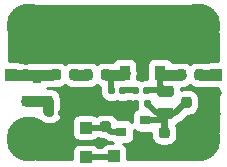
<source format=gbr>
%TF.GenerationSoftware,KiCad,Pcbnew,(5.1.6-0-10_14)*%
%TF.CreationDate,2020-06-15T14:29:28-04:00*%
%TF.ProjectId,preamp,70726561-6d70-42e6-9b69-6361645f7063,rev?*%
%TF.SameCoordinates,Original*%
%TF.FileFunction,Copper,L1,Top*%
%TF.FilePolarity,Positive*%
%FSLAX46Y46*%
G04 Gerber Fmt 4.6, Leading zero omitted, Abs format (unit mm)*
G04 Created by KiCad (PCBNEW (5.1.6-0-10_14)) date 2020-06-15 14:29:28*
%MOMM*%
%LPD*%
G01*
G04 APERTURE LIST*
%TA.AperFunction,ViaPad*%
%ADD10C,3.810000*%
%TD*%
%TA.AperFunction,SMDPad,CuDef*%
%ADD11R,1.000000X1.000000*%
%TD*%
%TA.AperFunction,SMDPad,CuDef*%
%ADD12R,0.800000X0.900000*%
%TD*%
%TA.AperFunction,SMDPad,CuDef*%
%ADD13C,0.100000*%
%TD*%
%TA.AperFunction,SMDPad,CuDef*%
%ADD14R,0.900000X1.300000*%
%TD*%
%TA.AperFunction,SMDPad,CuDef*%
%ADD15R,0.900000X0.800000*%
%TD*%
%TA.AperFunction,ViaPad*%
%ADD16C,0.800000*%
%TD*%
%TA.AperFunction,Conductor*%
%ADD17C,0.508000*%
%TD*%
%TA.AperFunction,Conductor*%
%ADD18C,0.952500*%
%TD*%
%TA.AperFunction,Conductor*%
%ADD19C,0.254000*%
%TD*%
G04 APERTURE END LIST*
D10*
%TO.N,GND*%
%TO.C,REF\u002A\u002A*%
X118973600Y-93573600D03*
%TD*%
%TO.N,GND*%
%TO.C,REF\u002A\u002A*%
X133273800Y-93573600D03*
%TD*%
%TO.N,GND*%
%TO.C,REF\u002A\u002A*%
X118973600Y-103098600D03*
%TD*%
%TO.N,GND*%
%TO.C,REF\u002A\u002A*%
X133273800Y-103098600D03*
%TD*%
D11*
%TO.P,J1,1*%
%TO.N,Net-(C1-Pad1)*%
X117462300Y-97688400D03*
%TD*%
%TO.P,C1,2*%
%TO.N,GND*%
%TA.AperFunction,SMDPad,CuDef*%
G36*
G01*
X118854000Y-96822900D02*
X118509000Y-96822900D01*
G75*
G02*
X118361500Y-96675400I0J147500D01*
G01*
X118361500Y-96380400D01*
G75*
G02*
X118509000Y-96232900I147500J0D01*
G01*
X118854000Y-96232900D01*
G75*
G02*
X119001500Y-96380400I0J-147500D01*
G01*
X119001500Y-96675400D01*
G75*
G02*
X118854000Y-96822900I-147500J0D01*
G01*
G37*
%TD.AperFunction*%
%TO.P,C1,1*%
%TO.N,Net-(C1-Pad1)*%
%TA.AperFunction,SMDPad,CuDef*%
G36*
G01*
X118854000Y-97792900D02*
X118509000Y-97792900D01*
G75*
G02*
X118361500Y-97645400I0J147500D01*
G01*
X118361500Y-97350400D01*
G75*
G02*
X118509000Y-97202900I147500J0D01*
G01*
X118854000Y-97202900D01*
G75*
G02*
X119001500Y-97350400I0J-147500D01*
G01*
X119001500Y-97645400D01*
G75*
G02*
X118854000Y-97792900I-147500J0D01*
G01*
G37*
%TD.AperFunction*%
%TD*%
%TO.P,C3,2*%
%TO.N,Net-(C2-Pad1)*%
%TA.AperFunction,SMDPad,CuDef*%
G36*
G01*
X126223400Y-98836700D02*
X126223400Y-99181700D01*
G75*
G02*
X126075900Y-99329200I-147500J0D01*
G01*
X125780900Y-99329200D01*
G75*
G02*
X125633400Y-99181700I0J147500D01*
G01*
X125633400Y-98836700D01*
G75*
G02*
X125780900Y-98689200I147500J0D01*
G01*
X126075900Y-98689200D01*
G75*
G02*
X126223400Y-98836700I0J-147500D01*
G01*
G37*
%TD.AperFunction*%
%TO.P,C3,1*%
%TO.N,Net-(C3-Pad1)*%
%TA.AperFunction,SMDPad,CuDef*%
G36*
G01*
X127193400Y-98836700D02*
X127193400Y-99181700D01*
G75*
G02*
X127045900Y-99329200I-147500J0D01*
G01*
X126750900Y-99329200D01*
G75*
G02*
X126603400Y-99181700I0J147500D01*
G01*
X126603400Y-98836700D01*
G75*
G02*
X126750900Y-98689200I147500J0D01*
G01*
X127045900Y-98689200D01*
G75*
G02*
X127193400Y-98836700I0J-147500D01*
G01*
G37*
%TD.AperFunction*%
%TD*%
%TO.P,C5,2*%
%TO.N,Net-(C5-Pad2)*%
%TA.AperFunction,SMDPad,CuDef*%
G36*
G01*
X128691000Y-100299300D02*
X128691000Y-99954300D01*
G75*
G02*
X128838500Y-99806800I147500J0D01*
G01*
X129133500Y-99806800D01*
G75*
G02*
X129281000Y-99954300I0J-147500D01*
G01*
X129281000Y-100299300D01*
G75*
G02*
X129133500Y-100446800I-147500J0D01*
G01*
X128838500Y-100446800D01*
G75*
G02*
X128691000Y-100299300I0J147500D01*
G01*
G37*
%TD.AperFunction*%
%TO.P,C5,1*%
%TO.N,GND*%
%TA.AperFunction,SMDPad,CuDef*%
G36*
G01*
X127721000Y-100299300D02*
X127721000Y-99954300D01*
G75*
G02*
X127868500Y-99806800I147500J0D01*
G01*
X128163500Y-99806800D01*
G75*
G02*
X128311000Y-99954300I0J-147500D01*
G01*
X128311000Y-100299300D01*
G75*
G02*
X128163500Y-100446800I-147500J0D01*
G01*
X127868500Y-100446800D01*
G75*
G02*
X127721000Y-100299300I0J147500D01*
G01*
G37*
%TD.AperFunction*%
%TD*%
%TO.P,C7,2*%
%TO.N,GND*%
%TA.AperFunction,SMDPad,CuDef*%
G36*
G01*
X121452000Y-101074000D02*
X121452000Y-100729000D01*
G75*
G02*
X121599500Y-100581500I147500J0D01*
G01*
X121894500Y-100581500D01*
G75*
G02*
X122042000Y-100729000I0J-147500D01*
G01*
X122042000Y-101074000D01*
G75*
G02*
X121894500Y-101221500I-147500J0D01*
G01*
X121599500Y-101221500D01*
G75*
G02*
X121452000Y-101074000I0J147500D01*
G01*
G37*
%TD.AperFunction*%
%TO.P,C7,1*%
%TO.N,Net-(C7-Pad1)*%
%TA.AperFunction,SMDPad,CuDef*%
G36*
G01*
X120482000Y-101074000D02*
X120482000Y-100729000D01*
G75*
G02*
X120629500Y-100581500I147500J0D01*
G01*
X120924500Y-100581500D01*
G75*
G02*
X121072000Y-100729000I0J-147500D01*
G01*
X121072000Y-101074000D01*
G75*
G02*
X120924500Y-101221500I-147500J0D01*
G01*
X120629500Y-101221500D01*
G75*
G02*
X120482000Y-101074000I0J147500D01*
G01*
G37*
%TD.AperFunction*%
%TD*%
D12*
%TO.P,D1,3*%
%TO.N,Net-(C1-Pad1)*%
X119634000Y-97933000D03*
%TO.P,D1,2*%
%TO.N,Net-(C7-Pad1)*%
X120584000Y-99933000D03*
%TO.P,D1,1*%
X118684000Y-99933000D03*
%TD*%
%TO.P,R1,2*%
%TO.N,Net-(C3-Pad1)*%
%TA.AperFunction,SMDPad,CuDef*%
G36*
G01*
X128260200Y-98836700D02*
X128260200Y-99181700D01*
G75*
G02*
X128112700Y-99329200I-147500J0D01*
G01*
X127817700Y-99329200D01*
G75*
G02*
X127670200Y-99181700I0J147500D01*
G01*
X127670200Y-98836700D01*
G75*
G02*
X127817700Y-98689200I147500J0D01*
G01*
X128112700Y-98689200D01*
G75*
G02*
X128260200Y-98836700I0J-147500D01*
G01*
G37*
%TD.AperFunction*%
%TO.P,R1,1*%
%TO.N,Net-(C4-Pad2)*%
%TA.AperFunction,SMDPad,CuDef*%
G36*
G01*
X129230200Y-98836700D02*
X129230200Y-99181700D01*
G75*
G02*
X129082700Y-99329200I-147500J0D01*
G01*
X128787700Y-99329200D01*
G75*
G02*
X128640200Y-99181700I0J147500D01*
G01*
X128640200Y-98836700D01*
G75*
G02*
X128787700Y-98689200I147500J0D01*
G01*
X129082700Y-98689200D01*
G75*
G02*
X129230200Y-98836700I0J-147500D01*
G01*
G37*
%TD.AperFunction*%
%TD*%
%TA.AperFunction,SMDPad,CuDef*%
D13*
%TO.P,U1,2*%
%TO.N,GND*%
G36*
X129437000Y-93586000D02*
G01*
X129437000Y-95670500D01*
X128929000Y-96178500D01*
X128929000Y-98186000D01*
X128167000Y-98186000D01*
X128167000Y-96178500D01*
X127659000Y-95670500D01*
X127659000Y-93586000D01*
X129437000Y-93586000D01*
G37*
%TD.AperFunction*%
D14*
%TO.P,U1,3*%
%TO.N,Net-(C4-Pad2)*%
X130048000Y-97536000D03*
%TO.P,U1,1*%
%TO.N,Net-(C2-Pad1)*%
X127048000Y-97536000D03*
%TD*%
%TO.P,C2,2*%
%TO.N,Net-(C2-Pad2)*%
%TA.AperFunction,SMDPad,CuDef*%
G36*
G01*
X124338500Y-97432150D02*
X124338500Y-97944650D01*
G75*
G02*
X124119750Y-98163400I-218750J0D01*
G01*
X123682250Y-98163400D01*
G75*
G02*
X123463500Y-97944650I0J218750D01*
G01*
X123463500Y-97432150D01*
G75*
G02*
X123682250Y-97213400I218750J0D01*
G01*
X124119750Y-97213400D01*
G75*
G02*
X124338500Y-97432150I0J-218750D01*
G01*
G37*
%TD.AperFunction*%
%TO.P,C2,1*%
%TO.N,Net-(C2-Pad1)*%
%TA.AperFunction,SMDPad,CuDef*%
G36*
G01*
X125913500Y-97432150D02*
X125913500Y-97944650D01*
G75*
G02*
X125694750Y-98163400I-218750J0D01*
G01*
X125257250Y-98163400D01*
G75*
G02*
X125038500Y-97944650I0J218750D01*
G01*
X125038500Y-97432150D01*
G75*
G02*
X125257250Y-97213400I218750J0D01*
G01*
X125694750Y-97213400D01*
G75*
G02*
X125913500Y-97432150I0J-218750D01*
G01*
G37*
%TD.AperFunction*%
%TD*%
%TO.P,C4,2*%
%TO.N,Net-(C4-Pad2)*%
%TA.AperFunction,SMDPad,CuDef*%
G36*
G01*
X132263500Y-97432150D02*
X132263500Y-97944650D01*
G75*
G02*
X132044750Y-98163400I-218750J0D01*
G01*
X131607250Y-98163400D01*
G75*
G02*
X131388500Y-97944650I0J218750D01*
G01*
X131388500Y-97432150D01*
G75*
G02*
X131607250Y-97213400I218750J0D01*
G01*
X132044750Y-97213400D01*
G75*
G02*
X132263500Y-97432150I0J-218750D01*
G01*
G37*
%TD.AperFunction*%
%TO.P,C4,1*%
%TO.N,Net-(C4-Pad1)*%
%TA.AperFunction,SMDPad,CuDef*%
G36*
G01*
X133838500Y-97432150D02*
X133838500Y-97944650D01*
G75*
G02*
X133619750Y-98163400I-218750J0D01*
G01*
X133182250Y-98163400D01*
G75*
G02*
X132963500Y-97944650I0J218750D01*
G01*
X132963500Y-97432150D01*
G75*
G02*
X133182250Y-97213400I218750J0D01*
G01*
X133619750Y-97213400D01*
G75*
G02*
X133838500Y-97432150I0J-218750D01*
G01*
G37*
%TD.AperFunction*%
%TD*%
%TO.P,L2,2*%
%TO.N,Net-(C2-Pad2)*%
%TA.AperFunction,SMDPad,CuDef*%
G36*
G01*
X122371500Y-97944650D02*
X122371500Y-97432150D01*
G75*
G02*
X122590250Y-97213400I218750J0D01*
G01*
X123027750Y-97213400D01*
G75*
G02*
X123246500Y-97432150I0J-218750D01*
G01*
X123246500Y-97944650D01*
G75*
G02*
X123027750Y-98163400I-218750J0D01*
G01*
X122590250Y-98163400D01*
G75*
G02*
X122371500Y-97944650I0J218750D01*
G01*
G37*
%TD.AperFunction*%
%TO.P,L2,1*%
%TO.N,Net-(C1-Pad1)*%
%TA.AperFunction,SMDPad,CuDef*%
G36*
G01*
X120796500Y-97944650D02*
X120796500Y-97432150D01*
G75*
G02*
X121015250Y-97213400I218750J0D01*
G01*
X121452750Y-97213400D01*
G75*
G02*
X121671500Y-97432150I0J-218750D01*
G01*
X121671500Y-97944650D01*
G75*
G02*
X121452750Y-98163400I-218750J0D01*
G01*
X121015250Y-98163400D01*
G75*
G02*
X120796500Y-97944650I0J218750D01*
G01*
G37*
%TD.AperFunction*%
%TD*%
%TO.P,C6,2*%
%TO.N,Net-(C5-Pad2)*%
%TA.AperFunction,SMDPad,CuDef*%
G36*
G01*
X132720700Y-99768950D02*
X132720700Y-100281450D01*
G75*
G02*
X132501950Y-100500200I-218750J0D01*
G01*
X132064450Y-100500200D01*
G75*
G02*
X131845700Y-100281450I0J218750D01*
G01*
X131845700Y-99768950D01*
G75*
G02*
X132064450Y-99550200I218750J0D01*
G01*
X132501950Y-99550200D01*
G75*
G02*
X132720700Y-99768950I0J-218750D01*
G01*
G37*
%TD.AperFunction*%
%TO.P,C6,1*%
%TO.N,GND*%
%TA.AperFunction,SMDPad,CuDef*%
G36*
G01*
X134295700Y-99768950D02*
X134295700Y-100281450D01*
G75*
G02*
X134076950Y-100500200I-218750J0D01*
G01*
X133639450Y-100500200D01*
G75*
G02*
X133420700Y-100281450I0J218750D01*
G01*
X133420700Y-99768950D01*
G75*
G02*
X133639450Y-99550200I218750J0D01*
G01*
X134076950Y-99550200D01*
G75*
G02*
X134295700Y-99768950I0J-218750D01*
G01*
G37*
%TD.AperFunction*%
%TD*%
D11*
%TO.P,J2,1*%
%TO.N,Net-(C4-Pad1)*%
X134797800Y-97688400D03*
%TD*%
%TO.P,L1,1*%
%TO.N,Net-(C5-Pad2)*%
%TA.AperFunction,SMDPad,CuDef*%
G36*
G01*
X130961450Y-101450200D02*
X130048950Y-101450200D01*
G75*
G02*
X129805200Y-101206450I0J243750D01*
G01*
X129805200Y-100718950D01*
G75*
G02*
X130048950Y-100475200I243750J0D01*
G01*
X130961450Y-100475200D01*
G75*
G02*
X131205200Y-100718950I0J-243750D01*
G01*
X131205200Y-101206450D01*
G75*
G02*
X130961450Y-101450200I-243750J0D01*
G01*
G37*
%TD.AperFunction*%
%TO.P,L1,2*%
%TO.N,Net-(C4-Pad2)*%
%TA.AperFunction,SMDPad,CuDef*%
G36*
G01*
X130961450Y-99575200D02*
X130048950Y-99575200D01*
G75*
G02*
X129805200Y-99331450I0J243750D01*
G01*
X129805200Y-98843950D01*
G75*
G02*
X130048950Y-98600200I243750J0D01*
G01*
X130961450Y-98600200D01*
G75*
G02*
X131205200Y-98843950I0J-243750D01*
G01*
X131205200Y-99331450D01*
G75*
G02*
X130961450Y-99575200I-243750J0D01*
G01*
G37*
%TD.AperFunction*%
%TD*%
D15*
%TO.P,U2,1*%
%TO.N,GND*%
X128778000Y-103449200D03*
%TO.P,U2,2*%
%TO.N,Net-(C5-Pad2)*%
X128778000Y-101549200D03*
%TO.P,U2,3*%
%TO.N,Net-(C8-Pad1)*%
X126778000Y-102499200D03*
%TD*%
D11*
%TO.P,J3,1*%
%TO.N,VDD*%
X126136400Y-104597200D03*
%TD*%
%TO.P,C8,2*%
%TO.N,GND*%
%TA.AperFunction,SMDPad,CuDef*%
G36*
G01*
X125681450Y-100919700D02*
X125168950Y-100919700D01*
G75*
G02*
X124950200Y-100700950I0J218750D01*
G01*
X124950200Y-100263450D01*
G75*
G02*
X125168950Y-100044700I218750J0D01*
G01*
X125681450Y-100044700D01*
G75*
G02*
X125900200Y-100263450I0J-218750D01*
G01*
X125900200Y-100700950D01*
G75*
G02*
X125681450Y-100919700I-218750J0D01*
G01*
G37*
%TD.AperFunction*%
%TO.P,C8,1*%
%TO.N,Net-(C8-Pad1)*%
%TA.AperFunction,SMDPad,CuDef*%
G36*
G01*
X125681450Y-102494700D02*
X125168950Y-102494700D01*
G75*
G02*
X124950200Y-102275950I0J218750D01*
G01*
X124950200Y-101838450D01*
G75*
G02*
X125168950Y-101619700I218750J0D01*
G01*
X125681450Y-101619700D01*
G75*
G02*
X125900200Y-101838450I0J-218750D01*
G01*
X125900200Y-102275950D01*
G75*
G02*
X125681450Y-102494700I-218750J0D01*
G01*
G37*
%TD.AperFunction*%
%TD*%
%TO.P,C9,1*%
%TO.N,Net-(C5-Pad2)*%
%TA.AperFunction,SMDPad,CuDef*%
G36*
G01*
X130147350Y-102178500D02*
X130659850Y-102178500D01*
G75*
G02*
X130878600Y-102397250I0J-218750D01*
G01*
X130878600Y-102834750D01*
G75*
G02*
X130659850Y-103053500I-218750J0D01*
G01*
X130147350Y-103053500D01*
G75*
G02*
X129928600Y-102834750I0J218750D01*
G01*
X129928600Y-102397250D01*
G75*
G02*
X130147350Y-102178500I218750J0D01*
G01*
G37*
%TD.AperFunction*%
%TO.P,C9,2*%
%TO.N,GND*%
%TA.AperFunction,SMDPad,CuDef*%
G36*
G01*
X130147350Y-103753500D02*
X130659850Y-103753500D01*
G75*
G02*
X130878600Y-103972250I0J-218750D01*
G01*
X130878600Y-104409750D01*
G75*
G02*
X130659850Y-104628500I-218750J0D01*
G01*
X130147350Y-104628500D01*
G75*
G02*
X129928600Y-104409750I0J218750D01*
G01*
X129928600Y-103972250D01*
G75*
G02*
X130147350Y-103753500I218750J0D01*
G01*
G37*
%TD.AperFunction*%
%TD*%
%TO.P,D2,1*%
%TO.N,Net-(C8-Pad1)*%
X123748800Y-102158800D03*
%TO.P,D2,2*%
%TO.N,VDD*%
X123748800Y-104658800D03*
%TD*%
D16*
%TO.N,GND*%
X128524000Y-92964000D03*
X129794000Y-92202000D03*
X130556000Y-93472000D03*
X123825000Y-99314000D03*
X121818400Y-104013000D03*
X121818400Y-101854000D03*
X119837200Y-96266000D03*
X134874000Y-99212400D03*
X128981200Y-104597200D03*
X134823200Y-100990400D03*
X122936000Y-100584000D03*
X126746000Y-100330000D03*
X131318000Y-95504000D03*
X127254000Y-92202000D03*
X125666500Y-92583000D03*
X124968000Y-93980000D03*
X123952000Y-92964000D03*
X121920000Y-92964000D03*
X122936000Y-93980000D03*
X123952000Y-94996000D03*
X121920000Y-94996000D03*
X132588000Y-96266000D03*
X122936000Y-96012000D03*
X126873000Y-93472000D03*
X124968000Y-96012000D03*
%TD*%
D17*
%TO.N,GND*%
X125780600Y-100126800D02*
X125425200Y-100482200D01*
X128016000Y-100126800D02*
X125780600Y-100126800D01*
D18*
%TO.N,Net-(C1-Pad1)*%
X117462300Y-97688400D02*
X120865900Y-97688400D01*
%TO.N,Net-(C2-Pad1)*%
X126895600Y-97688400D02*
X127048000Y-97536000D01*
X125476000Y-97688400D02*
X126895600Y-97688400D01*
D17*
X125928400Y-98140800D02*
X125476000Y-97688400D01*
X125928400Y-99009200D02*
X125928400Y-98140800D01*
D18*
%TO.N,Net-(C2-Pad2)*%
X122809000Y-97688400D02*
X123901000Y-97688400D01*
D17*
%TO.N,Net-(C3-Pad1)*%
X126898400Y-99009200D02*
X127965200Y-99009200D01*
D18*
%TO.N,Net-(C4-Pad1)*%
X133401000Y-97688400D02*
X134797800Y-97688400D01*
D17*
%TO.N,Net-(C4-Pad2)*%
X130426700Y-99009200D02*
X130505200Y-99087700D01*
X128935200Y-99009200D02*
X130426700Y-99009200D01*
X130048000Y-98630500D02*
X130505200Y-99087700D01*
X130048000Y-97536000D02*
X130048000Y-98630500D01*
D18*
X130200400Y-97688400D02*
X130048000Y-97536000D01*
X131826000Y-97688400D02*
X130200400Y-97688400D01*
D17*
%TO.N,Net-(C5-Pad2)*%
X130403600Y-101064300D02*
X130505200Y-100962700D01*
X129918700Y-101549200D02*
X130505200Y-100962700D01*
X128778000Y-101549200D02*
X129918700Y-101549200D01*
X131345700Y-100962700D02*
X132283200Y-100025200D01*
X130505200Y-100962700D02*
X131345700Y-100962700D01*
X129821900Y-100962700D02*
X128986000Y-100126800D01*
X130505200Y-100962700D02*
X129821900Y-100962700D01*
X128778000Y-101549200D02*
X130251200Y-101549200D01*
X130403600Y-101701600D02*
X130403600Y-102616000D01*
X130251200Y-101549200D02*
X130403600Y-101701600D01*
X130505200Y-102514400D02*
X130403600Y-102616000D01*
X130505200Y-100962700D02*
X130505200Y-102514400D01*
D18*
%TO.N,Net-(C7-Pad1)*%
X118684000Y-99933000D02*
X120584000Y-99933000D01*
X120584000Y-100062500D02*
X120584000Y-100774500D01*
D17*
%TO.N,VDD*%
X126074800Y-104658800D02*
X126136400Y-104597200D01*
X123748800Y-104658800D02*
X126074800Y-104658800D01*
%TO.N,Net-(C8-Pad1)*%
X125323600Y-102158800D02*
X125425200Y-102057200D01*
X123748800Y-102158800D02*
X125323600Y-102158800D01*
X125867200Y-102499200D02*
X125425200Y-102057200D01*
X126778000Y-102499200D02*
X125867200Y-102499200D01*
%TD*%
D19*
%TO.N,GND*%
G36*
X127876815Y-102400385D02*
G01*
X127973506Y-102479737D01*
X128083820Y-102538702D01*
X128203518Y-102575012D01*
X128328000Y-102587272D01*
X129228000Y-102587272D01*
X129290528Y-102581114D01*
X129290528Y-102834750D01*
X129306992Y-103001908D01*
X129355750Y-103162642D01*
X129434929Y-103310775D01*
X129541485Y-103440615D01*
X129671325Y-103547171D01*
X129819458Y-103626350D01*
X129980192Y-103675108D01*
X130147350Y-103691572D01*
X130659850Y-103691572D01*
X130827008Y-103675108D01*
X130987742Y-103626350D01*
X131135875Y-103547171D01*
X131265715Y-103440615D01*
X131372271Y-103310775D01*
X131451450Y-103162642D01*
X131459180Y-103137160D01*
X131459180Y-103277324D01*
X131528915Y-103627905D01*
X131665705Y-103958145D01*
X131864293Y-104255353D01*
X132117047Y-104508107D01*
X132414255Y-104706695D01*
X132702765Y-104826200D01*
X127274472Y-104826200D01*
X127274472Y-104097200D01*
X127262212Y-103972718D01*
X127225902Y-103853020D01*
X127166937Y-103742706D01*
X127087585Y-103646015D01*
X126990894Y-103566663D01*
X126935908Y-103537272D01*
X127228000Y-103537272D01*
X127352482Y-103525012D01*
X127472180Y-103488702D01*
X127582494Y-103429737D01*
X127679185Y-103350385D01*
X127758537Y-103253694D01*
X127817502Y-103143380D01*
X127853812Y-103023682D01*
X127866072Y-102899200D01*
X127866072Y-102387295D01*
X127876815Y-102400385D01*
G37*
X127876815Y-102400385D02*
X127973506Y-102479737D01*
X128083820Y-102538702D01*
X128203518Y-102575012D01*
X128328000Y-102587272D01*
X129228000Y-102587272D01*
X129290528Y-102581114D01*
X129290528Y-102834750D01*
X129306992Y-103001908D01*
X129355750Y-103162642D01*
X129434929Y-103310775D01*
X129541485Y-103440615D01*
X129671325Y-103547171D01*
X129819458Y-103626350D01*
X129980192Y-103675108D01*
X130147350Y-103691572D01*
X130659850Y-103691572D01*
X130827008Y-103675108D01*
X130987742Y-103626350D01*
X131135875Y-103547171D01*
X131265715Y-103440615D01*
X131372271Y-103310775D01*
X131451450Y-103162642D01*
X131459180Y-103137160D01*
X131459180Y-103277324D01*
X131528915Y-103627905D01*
X131665705Y-103958145D01*
X131864293Y-104255353D01*
X132117047Y-104508107D01*
X132414255Y-104706695D01*
X132702765Y-104826200D01*
X127274472Y-104826200D01*
X127274472Y-104097200D01*
X127262212Y-103972718D01*
X127225902Y-103853020D01*
X127166937Y-103742706D01*
X127087585Y-103646015D01*
X126990894Y-103566663D01*
X126935908Y-103537272D01*
X127228000Y-103537272D01*
X127352482Y-103525012D01*
X127472180Y-103488702D01*
X127582494Y-103429737D01*
X127679185Y-103350385D01*
X127758537Y-103253694D01*
X127817502Y-103143380D01*
X127853812Y-103023682D01*
X127866072Y-102899200D01*
X127866072Y-102387295D01*
X127876815Y-102400385D01*
G36*
X124781225Y-98657071D02*
G01*
X124929358Y-98736250D01*
X125003021Y-98758595D01*
X124995328Y-98836700D01*
X124995328Y-99181700D01*
X125010423Y-99334957D01*
X125055126Y-99482325D01*
X125127721Y-99618140D01*
X125225417Y-99737183D01*
X125344460Y-99834879D01*
X125480275Y-99907474D01*
X125627643Y-99952177D01*
X125780900Y-99967272D01*
X126075900Y-99967272D01*
X126229157Y-99952177D01*
X126376525Y-99907474D01*
X126413400Y-99887764D01*
X126450275Y-99907474D01*
X126597643Y-99952177D01*
X126750900Y-99967272D01*
X127045900Y-99967272D01*
X127199157Y-99952177D01*
X127346525Y-99907474D01*
X127363875Y-99898200D01*
X127499725Y-99898200D01*
X127517075Y-99907474D01*
X127664443Y-99952177D01*
X127817700Y-99967272D01*
X128052928Y-99967272D01*
X128052928Y-100299300D01*
X128068023Y-100452557D01*
X128099116Y-100555058D01*
X128083820Y-100559698D01*
X127973506Y-100618663D01*
X127876815Y-100698015D01*
X127797463Y-100794706D01*
X127738498Y-100905020D01*
X127702188Y-101024718D01*
X127689928Y-101149200D01*
X127689928Y-101661105D01*
X127679185Y-101648015D01*
X127582494Y-101568663D01*
X127472180Y-101509698D01*
X127352482Y-101473388D01*
X127228000Y-101461128D01*
X126446629Y-101461128D01*
X126393871Y-101362425D01*
X126287315Y-101232585D01*
X126157475Y-101126029D01*
X126009342Y-101046850D01*
X125848608Y-100998092D01*
X125681450Y-100981628D01*
X125168950Y-100981628D01*
X125001792Y-100998092D01*
X124841058Y-101046850D01*
X124692925Y-101126029D01*
X124646748Y-101163925D01*
X124603294Y-101128263D01*
X124492980Y-101069298D01*
X124373282Y-101032988D01*
X124248800Y-101020728D01*
X123248800Y-101020728D01*
X123124318Y-101032988D01*
X123004620Y-101069298D01*
X122894306Y-101128263D01*
X122797615Y-101207615D01*
X122718263Y-101304306D01*
X122659298Y-101414620D01*
X122622988Y-101534318D01*
X122610728Y-101658800D01*
X122610728Y-102658800D01*
X122622988Y-102783282D01*
X122659298Y-102902980D01*
X122718263Y-103013294D01*
X122797615Y-103109985D01*
X122894306Y-103189337D01*
X123004620Y-103248302D01*
X123124318Y-103284612D01*
X123248800Y-103296872D01*
X124248800Y-103296872D01*
X124373282Y-103284612D01*
X124492980Y-103248302D01*
X124603294Y-103189337D01*
X124699985Y-103109985D01*
X124751019Y-103047800D01*
X124804108Y-103047800D01*
X124841058Y-103067550D01*
X125001792Y-103116308D01*
X125168950Y-103132772D01*
X125237872Y-103132772D01*
X125370909Y-103241953D01*
X125525349Y-103324503D01*
X125575458Y-103339703D01*
X125692924Y-103375336D01*
X125719557Y-103377959D01*
X125823533Y-103388200D01*
X125823539Y-103388200D01*
X125867199Y-103392500D01*
X125910859Y-103388200D01*
X125922893Y-103388200D01*
X125973506Y-103429737D01*
X126028492Y-103459128D01*
X125636400Y-103459128D01*
X125511918Y-103471388D01*
X125392220Y-103507698D01*
X125281906Y-103566663D01*
X125185215Y-103646015D01*
X125105863Y-103742706D01*
X125091381Y-103769800D01*
X124751019Y-103769800D01*
X124699985Y-103707615D01*
X124603294Y-103628263D01*
X124492980Y-103569298D01*
X124373282Y-103532988D01*
X124248800Y-103520728D01*
X123248800Y-103520728D01*
X123124318Y-103532988D01*
X123004620Y-103569298D01*
X122894306Y-103628263D01*
X122797615Y-103707615D01*
X122718263Y-103804306D01*
X122659298Y-103914620D01*
X122622988Y-104034318D01*
X122610728Y-104158800D01*
X122610728Y-104826200D01*
X119544635Y-104826200D01*
X119833145Y-104706695D01*
X120130353Y-104508107D01*
X120383107Y-104255353D01*
X120581695Y-103958145D01*
X120718485Y-103627905D01*
X120788220Y-103277324D01*
X120788220Y-102919876D01*
X120718485Y-102569295D01*
X120581695Y-102239055D01*
X120383107Y-101941847D01*
X120286882Y-101845622D01*
X120366158Y-101869670D01*
X120584000Y-101891126D01*
X120801843Y-101869670D01*
X120835132Y-101859572D01*
X120924500Y-101859572D01*
X121077757Y-101844477D01*
X121225125Y-101799774D01*
X121360940Y-101727179D01*
X121479983Y-101629483D01*
X121577679Y-101510440D01*
X121650274Y-101374625D01*
X121694977Y-101227257D01*
X121710072Y-101074000D01*
X121710072Y-100729000D01*
X121695250Y-100578515D01*
X121695250Y-100007917D01*
X121694249Y-99997750D01*
X121700626Y-99933000D01*
X121679170Y-99715157D01*
X121622072Y-99526929D01*
X121622072Y-99483000D01*
X121609812Y-99358518D01*
X121573502Y-99238820D01*
X121514537Y-99128506D01*
X121435185Y-99031815D01*
X121338494Y-98952463D01*
X121228180Y-98893498D01*
X121108482Y-98857188D01*
X120984000Y-98844928D01*
X120825242Y-98844928D01*
X120801843Y-98837830D01*
X120638583Y-98821750D01*
X120495390Y-98821750D01*
X120513527Y-98799650D01*
X120920483Y-98799650D01*
X120958617Y-98795894D01*
X121015250Y-98801472D01*
X121452750Y-98801472D01*
X121619908Y-98785008D01*
X121780642Y-98736250D01*
X121928775Y-98657071D01*
X122021500Y-98580974D01*
X122114225Y-98657071D01*
X122262358Y-98736250D01*
X122423092Y-98785008D01*
X122590250Y-98801472D01*
X123027750Y-98801472D01*
X123046249Y-98799650D01*
X123663751Y-98799650D01*
X123682250Y-98801472D01*
X124119750Y-98801472D01*
X124286908Y-98785008D01*
X124447642Y-98736250D01*
X124595775Y-98657071D01*
X124688500Y-98580974D01*
X124781225Y-98657071D01*
G37*
X124781225Y-98657071D02*
X124929358Y-98736250D01*
X125003021Y-98758595D01*
X124995328Y-98836700D01*
X124995328Y-99181700D01*
X125010423Y-99334957D01*
X125055126Y-99482325D01*
X125127721Y-99618140D01*
X125225417Y-99737183D01*
X125344460Y-99834879D01*
X125480275Y-99907474D01*
X125627643Y-99952177D01*
X125780900Y-99967272D01*
X126075900Y-99967272D01*
X126229157Y-99952177D01*
X126376525Y-99907474D01*
X126413400Y-99887764D01*
X126450275Y-99907474D01*
X126597643Y-99952177D01*
X126750900Y-99967272D01*
X127045900Y-99967272D01*
X127199157Y-99952177D01*
X127346525Y-99907474D01*
X127363875Y-99898200D01*
X127499725Y-99898200D01*
X127517075Y-99907474D01*
X127664443Y-99952177D01*
X127817700Y-99967272D01*
X128052928Y-99967272D01*
X128052928Y-100299300D01*
X128068023Y-100452557D01*
X128099116Y-100555058D01*
X128083820Y-100559698D01*
X127973506Y-100618663D01*
X127876815Y-100698015D01*
X127797463Y-100794706D01*
X127738498Y-100905020D01*
X127702188Y-101024718D01*
X127689928Y-101149200D01*
X127689928Y-101661105D01*
X127679185Y-101648015D01*
X127582494Y-101568663D01*
X127472180Y-101509698D01*
X127352482Y-101473388D01*
X127228000Y-101461128D01*
X126446629Y-101461128D01*
X126393871Y-101362425D01*
X126287315Y-101232585D01*
X126157475Y-101126029D01*
X126009342Y-101046850D01*
X125848608Y-100998092D01*
X125681450Y-100981628D01*
X125168950Y-100981628D01*
X125001792Y-100998092D01*
X124841058Y-101046850D01*
X124692925Y-101126029D01*
X124646748Y-101163925D01*
X124603294Y-101128263D01*
X124492980Y-101069298D01*
X124373282Y-101032988D01*
X124248800Y-101020728D01*
X123248800Y-101020728D01*
X123124318Y-101032988D01*
X123004620Y-101069298D01*
X122894306Y-101128263D01*
X122797615Y-101207615D01*
X122718263Y-101304306D01*
X122659298Y-101414620D01*
X122622988Y-101534318D01*
X122610728Y-101658800D01*
X122610728Y-102658800D01*
X122622988Y-102783282D01*
X122659298Y-102902980D01*
X122718263Y-103013294D01*
X122797615Y-103109985D01*
X122894306Y-103189337D01*
X123004620Y-103248302D01*
X123124318Y-103284612D01*
X123248800Y-103296872D01*
X124248800Y-103296872D01*
X124373282Y-103284612D01*
X124492980Y-103248302D01*
X124603294Y-103189337D01*
X124699985Y-103109985D01*
X124751019Y-103047800D01*
X124804108Y-103047800D01*
X124841058Y-103067550D01*
X125001792Y-103116308D01*
X125168950Y-103132772D01*
X125237872Y-103132772D01*
X125370909Y-103241953D01*
X125525349Y-103324503D01*
X125575458Y-103339703D01*
X125692924Y-103375336D01*
X125719557Y-103377959D01*
X125823533Y-103388200D01*
X125823539Y-103388200D01*
X125867199Y-103392500D01*
X125910859Y-103388200D01*
X125922893Y-103388200D01*
X125973506Y-103429737D01*
X126028492Y-103459128D01*
X125636400Y-103459128D01*
X125511918Y-103471388D01*
X125392220Y-103507698D01*
X125281906Y-103566663D01*
X125185215Y-103646015D01*
X125105863Y-103742706D01*
X125091381Y-103769800D01*
X124751019Y-103769800D01*
X124699985Y-103707615D01*
X124603294Y-103628263D01*
X124492980Y-103569298D01*
X124373282Y-103532988D01*
X124248800Y-103520728D01*
X123248800Y-103520728D01*
X123124318Y-103532988D01*
X123004620Y-103569298D01*
X122894306Y-103628263D01*
X122797615Y-103707615D01*
X122718263Y-103804306D01*
X122659298Y-103914620D01*
X122622988Y-104034318D01*
X122610728Y-104158800D01*
X122610728Y-104826200D01*
X119544635Y-104826200D01*
X119833145Y-104706695D01*
X120130353Y-104508107D01*
X120383107Y-104255353D01*
X120581695Y-103958145D01*
X120718485Y-103627905D01*
X120788220Y-103277324D01*
X120788220Y-102919876D01*
X120718485Y-102569295D01*
X120581695Y-102239055D01*
X120383107Y-101941847D01*
X120286882Y-101845622D01*
X120366158Y-101869670D01*
X120584000Y-101891126D01*
X120801843Y-101869670D01*
X120835132Y-101859572D01*
X120924500Y-101859572D01*
X121077757Y-101844477D01*
X121225125Y-101799774D01*
X121360940Y-101727179D01*
X121479983Y-101629483D01*
X121577679Y-101510440D01*
X121650274Y-101374625D01*
X121694977Y-101227257D01*
X121710072Y-101074000D01*
X121710072Y-100729000D01*
X121695250Y-100578515D01*
X121695250Y-100007917D01*
X121694249Y-99997750D01*
X121700626Y-99933000D01*
X121679170Y-99715157D01*
X121622072Y-99526929D01*
X121622072Y-99483000D01*
X121609812Y-99358518D01*
X121573502Y-99238820D01*
X121514537Y-99128506D01*
X121435185Y-99031815D01*
X121338494Y-98952463D01*
X121228180Y-98893498D01*
X121108482Y-98857188D01*
X120984000Y-98844928D01*
X120825242Y-98844928D01*
X120801843Y-98837830D01*
X120638583Y-98821750D01*
X120495390Y-98821750D01*
X120513527Y-98799650D01*
X120920483Y-98799650D01*
X120958617Y-98795894D01*
X121015250Y-98801472D01*
X121452750Y-98801472D01*
X121619908Y-98785008D01*
X121780642Y-98736250D01*
X121928775Y-98657071D01*
X122021500Y-98580974D01*
X122114225Y-98657071D01*
X122262358Y-98736250D01*
X122423092Y-98785008D01*
X122590250Y-98801472D01*
X123027750Y-98801472D01*
X123046249Y-98799650D01*
X123663751Y-98799650D01*
X123682250Y-98801472D01*
X124119750Y-98801472D01*
X124286908Y-98785008D01*
X124447642Y-98736250D01*
X124595775Y-98657071D01*
X124688500Y-98580974D01*
X124781225Y-98657071D01*
G36*
X133406518Y-102661087D02*
G01*
X133489323Y-102695386D01*
X133563845Y-102745180D01*
X133627220Y-102808555D01*
X133677014Y-102883077D01*
X133711313Y-102965882D01*
X133728798Y-103053787D01*
X133728798Y-103143413D01*
X133711313Y-103231318D01*
X133677014Y-103314123D01*
X133627220Y-103388645D01*
X133563845Y-103452020D01*
X133489323Y-103501814D01*
X133406518Y-103536113D01*
X133318613Y-103553598D01*
X133228987Y-103553598D01*
X133141082Y-103536113D01*
X133058277Y-103501814D01*
X132983755Y-103452020D01*
X132920380Y-103388645D01*
X132870586Y-103314123D01*
X132836287Y-103231318D01*
X132818802Y-103143413D01*
X132818802Y-103053787D01*
X132836287Y-102965882D01*
X132870586Y-102883077D01*
X132920380Y-102808555D01*
X132983755Y-102745180D01*
X133058277Y-102695386D01*
X133141082Y-102661087D01*
X133228987Y-102643602D01*
X133318613Y-102643602D01*
X133406518Y-102661087D01*
G37*
X133406518Y-102661087D02*
X133489323Y-102695386D01*
X133563845Y-102745180D01*
X133627220Y-102808555D01*
X133677014Y-102883077D01*
X133711313Y-102965882D01*
X133728798Y-103053787D01*
X133728798Y-103143413D01*
X133711313Y-103231318D01*
X133677014Y-103314123D01*
X133627220Y-103388645D01*
X133563845Y-103452020D01*
X133489323Y-103501814D01*
X133406518Y-103536113D01*
X133318613Y-103553598D01*
X133228987Y-103553598D01*
X133141082Y-103536113D01*
X133058277Y-103501814D01*
X132983755Y-103452020D01*
X132920380Y-103388645D01*
X132870586Y-103314123D01*
X132836287Y-103231318D01*
X132818802Y-103143413D01*
X132818802Y-103053787D01*
X132836287Y-102965882D01*
X132870586Y-102883077D01*
X132920380Y-102808555D01*
X132983755Y-102745180D01*
X133058277Y-102695386D01*
X133141082Y-102661087D01*
X133228987Y-102643602D01*
X133318613Y-102643602D01*
X133406518Y-102661087D01*
G36*
X119106318Y-102661087D02*
G01*
X119189123Y-102695386D01*
X119263645Y-102745180D01*
X119327020Y-102808555D01*
X119376814Y-102883077D01*
X119411113Y-102965882D01*
X119428598Y-103053787D01*
X119428598Y-103143413D01*
X119411113Y-103231318D01*
X119376814Y-103314123D01*
X119327020Y-103388645D01*
X119263645Y-103452020D01*
X119189123Y-103501814D01*
X119106318Y-103536113D01*
X119018413Y-103553598D01*
X118928787Y-103553598D01*
X118840882Y-103536113D01*
X118758077Y-103501814D01*
X118683555Y-103452020D01*
X118620180Y-103388645D01*
X118570386Y-103314123D01*
X118536087Y-103231318D01*
X118518602Y-103143413D01*
X118518602Y-103053787D01*
X118536087Y-102965882D01*
X118570386Y-102883077D01*
X118620180Y-102808555D01*
X118683555Y-102745180D01*
X118758077Y-102695386D01*
X118840882Y-102661087D01*
X118928787Y-102643602D01*
X119018413Y-102643602D01*
X119106318Y-102661087D01*
G37*
X119106318Y-102661087D02*
X119189123Y-102695386D01*
X119263645Y-102745180D01*
X119327020Y-102808555D01*
X119376814Y-102883077D01*
X119411113Y-102965882D01*
X119428598Y-103053787D01*
X119428598Y-103143413D01*
X119411113Y-103231318D01*
X119376814Y-103314123D01*
X119327020Y-103388645D01*
X119263645Y-103452020D01*
X119189123Y-103501814D01*
X119106318Y-103536113D01*
X119018413Y-103553598D01*
X118928787Y-103553598D01*
X118840882Y-103536113D01*
X118758077Y-103501814D01*
X118683555Y-103452020D01*
X118620180Y-103388645D01*
X118570386Y-103314123D01*
X118536087Y-103231318D01*
X118518602Y-103143413D01*
X118518602Y-103053787D01*
X118536087Y-102965882D01*
X118570386Y-102883077D01*
X118620180Y-102808555D01*
X118683555Y-102745180D01*
X118758077Y-102695386D01*
X118840882Y-102661087D01*
X118928787Y-102643602D01*
X119018413Y-102643602D01*
X119106318Y-102661087D01*
G36*
X132706225Y-98657071D02*
G01*
X132854358Y-98736250D01*
X133015092Y-98785008D01*
X133182250Y-98801472D01*
X133619750Y-98801472D01*
X133638249Y-98799650D01*
X134125314Y-98799650D01*
X134173318Y-98814212D01*
X134297800Y-98826472D01*
X135001400Y-98826472D01*
X135001400Y-102527565D01*
X134881895Y-102239055D01*
X134683307Y-101941847D01*
X134430553Y-101689093D01*
X134133345Y-101490505D01*
X133803105Y-101353715D01*
X133452524Y-101283980D01*
X133095076Y-101283980D01*
X132744495Y-101353715D01*
X132414255Y-101490505D01*
X132117047Y-101689093D01*
X131864293Y-101941847D01*
X131665705Y-102239055D01*
X131528915Y-102569295D01*
X131516672Y-102630845D01*
X131516672Y-102397250D01*
X131500208Y-102230092D01*
X131451450Y-102069358D01*
X131397510Y-101968444D01*
X131451364Y-101939658D01*
X131584992Y-101829992D01*
X131596879Y-101815508D01*
X131687551Y-101788003D01*
X131841991Y-101705453D01*
X131977359Y-101594359D01*
X132005199Y-101560436D01*
X132427363Y-101138272D01*
X132501950Y-101138272D01*
X132669108Y-101121808D01*
X132829842Y-101073050D01*
X132977975Y-100993871D01*
X133107815Y-100887315D01*
X133214371Y-100757475D01*
X133293550Y-100609342D01*
X133342308Y-100448608D01*
X133358772Y-100281450D01*
X133358772Y-99768950D01*
X133342308Y-99601792D01*
X133293550Y-99441058D01*
X133214371Y-99292925D01*
X133107815Y-99163085D01*
X132977975Y-99056529D01*
X132829842Y-98977350D01*
X132669108Y-98928592D01*
X132501950Y-98912128D01*
X132064450Y-98912128D01*
X131897292Y-98928592D01*
X131843272Y-98944979D01*
X131843272Y-98843950D01*
X131839088Y-98801472D01*
X132044750Y-98801472D01*
X132211908Y-98785008D01*
X132372642Y-98736250D01*
X132520775Y-98657071D01*
X132613500Y-98580974D01*
X132706225Y-98657071D01*
G37*
X132706225Y-98657071D02*
X132854358Y-98736250D01*
X133015092Y-98785008D01*
X133182250Y-98801472D01*
X133619750Y-98801472D01*
X133638249Y-98799650D01*
X134125314Y-98799650D01*
X134173318Y-98814212D01*
X134297800Y-98826472D01*
X135001400Y-98826472D01*
X135001400Y-102527565D01*
X134881895Y-102239055D01*
X134683307Y-101941847D01*
X134430553Y-101689093D01*
X134133345Y-101490505D01*
X133803105Y-101353715D01*
X133452524Y-101283980D01*
X133095076Y-101283980D01*
X132744495Y-101353715D01*
X132414255Y-101490505D01*
X132117047Y-101689093D01*
X131864293Y-101941847D01*
X131665705Y-102239055D01*
X131528915Y-102569295D01*
X131516672Y-102630845D01*
X131516672Y-102397250D01*
X131500208Y-102230092D01*
X131451450Y-102069358D01*
X131397510Y-101968444D01*
X131451364Y-101939658D01*
X131584992Y-101829992D01*
X131596879Y-101815508D01*
X131687551Y-101788003D01*
X131841991Y-101705453D01*
X131977359Y-101594359D01*
X132005199Y-101560436D01*
X132427363Y-101138272D01*
X132501950Y-101138272D01*
X132669108Y-101121808D01*
X132829842Y-101073050D01*
X132977975Y-100993871D01*
X133107815Y-100887315D01*
X133214371Y-100757475D01*
X133293550Y-100609342D01*
X133342308Y-100448608D01*
X133358772Y-100281450D01*
X133358772Y-99768950D01*
X133342308Y-99601792D01*
X133293550Y-99441058D01*
X133214371Y-99292925D01*
X133107815Y-99163085D01*
X132977975Y-99056529D01*
X132829842Y-98977350D01*
X132669108Y-98928592D01*
X132501950Y-98912128D01*
X132064450Y-98912128D01*
X131897292Y-98928592D01*
X131843272Y-98944979D01*
X131843272Y-98843950D01*
X131839088Y-98801472D01*
X132044750Y-98801472D01*
X132211908Y-98785008D01*
X132372642Y-98736250D01*
X132520775Y-98657071D01*
X132613500Y-98580974D01*
X132706225Y-98657071D01*
G36*
X132414255Y-91965505D02*
G01*
X132117047Y-92164093D01*
X131864293Y-92416847D01*
X131665705Y-92714055D01*
X131528915Y-93044295D01*
X131459180Y-93394876D01*
X131459180Y-93752324D01*
X131528915Y-94102905D01*
X131665705Y-94433145D01*
X131864293Y-94730353D01*
X132117047Y-94983107D01*
X132414255Y-95181695D01*
X132744495Y-95318485D01*
X133095076Y-95388220D01*
X133452524Y-95388220D01*
X133803105Y-95318485D01*
X134133345Y-95181695D01*
X134430553Y-94983107D01*
X134683307Y-94730353D01*
X134881895Y-94433145D01*
X135001401Y-94144632D01*
X135001401Y-96550328D01*
X134297800Y-96550328D01*
X134173318Y-96562588D01*
X134125314Y-96577150D01*
X133638249Y-96577150D01*
X133619750Y-96575328D01*
X133182250Y-96575328D01*
X133015092Y-96591792D01*
X132854358Y-96640550D01*
X132706225Y-96719729D01*
X132613500Y-96795826D01*
X132520775Y-96719729D01*
X132372642Y-96640550D01*
X132211908Y-96591792D01*
X132044750Y-96575328D01*
X131607250Y-96575328D01*
X131588751Y-96577150D01*
X131052935Y-96577150D01*
X131028537Y-96531506D01*
X130949185Y-96434815D01*
X130852494Y-96355463D01*
X130742180Y-96296498D01*
X130622482Y-96260188D01*
X130498000Y-96247928D01*
X129598000Y-96247928D01*
X129473518Y-96260188D01*
X129353820Y-96296498D01*
X129243506Y-96355463D01*
X129146815Y-96434815D01*
X129067463Y-96531506D01*
X129008498Y-96641820D01*
X128972188Y-96761518D01*
X128959928Y-96886000D01*
X128959928Y-97294758D01*
X128952830Y-97318157D01*
X128931374Y-97536000D01*
X128952830Y-97753843D01*
X128959928Y-97777242D01*
X128959928Y-98051128D01*
X128787700Y-98051128D01*
X128634443Y-98066223D01*
X128487075Y-98110926D01*
X128450200Y-98130636D01*
X128413325Y-98110926D01*
X128265957Y-98066223D01*
X128136072Y-98053430D01*
X128136072Y-97777242D01*
X128143170Y-97753843D01*
X128164626Y-97536001D01*
X128143170Y-97318157D01*
X128136072Y-97294758D01*
X128136072Y-96886000D01*
X128123812Y-96761518D01*
X128087502Y-96641820D01*
X128028537Y-96531506D01*
X127949185Y-96434815D01*
X127852494Y-96355463D01*
X127742180Y-96296498D01*
X127622482Y-96260188D01*
X127498000Y-96247928D01*
X126598000Y-96247928D01*
X126473518Y-96260188D01*
X126353820Y-96296498D01*
X126243506Y-96355463D01*
X126146815Y-96434815D01*
X126067463Y-96531506D01*
X126043065Y-96577150D01*
X125713249Y-96577150D01*
X125694750Y-96575328D01*
X125257250Y-96575328D01*
X125090092Y-96591792D01*
X124929358Y-96640550D01*
X124781225Y-96719729D01*
X124688500Y-96795826D01*
X124595775Y-96719729D01*
X124447642Y-96640550D01*
X124286908Y-96591792D01*
X124119750Y-96575328D01*
X123682250Y-96575328D01*
X123663751Y-96577150D01*
X123046249Y-96577150D01*
X123027750Y-96575328D01*
X122590250Y-96575328D01*
X122423092Y-96591792D01*
X122262358Y-96640550D01*
X122114225Y-96719729D01*
X122021500Y-96795826D01*
X121928775Y-96719729D01*
X121780642Y-96640550D01*
X121619908Y-96591792D01*
X121452750Y-96575328D01*
X121015250Y-96575328D01*
X120958617Y-96580906D01*
X120920483Y-96577150D01*
X118979103Y-96577150D01*
X118854000Y-96564828D01*
X118509000Y-96564828D01*
X118383897Y-96577150D01*
X118134786Y-96577150D01*
X118086782Y-96562588D01*
X117962300Y-96550328D01*
X117246000Y-96550328D01*
X117246000Y-94144635D01*
X117365505Y-94433145D01*
X117564093Y-94730353D01*
X117816847Y-94983107D01*
X118114055Y-95181695D01*
X118444295Y-95318485D01*
X118794876Y-95388220D01*
X119152324Y-95388220D01*
X119502905Y-95318485D01*
X119833145Y-95181695D01*
X120130353Y-94983107D01*
X120383107Y-94730353D01*
X120581695Y-94433145D01*
X120718485Y-94102905D01*
X120788220Y-93752324D01*
X120788220Y-93394876D01*
X120718485Y-93044295D01*
X120581695Y-92714055D01*
X120383107Y-92416847D01*
X120130353Y-92164093D01*
X119833145Y-91965505D01*
X119544635Y-91846000D01*
X132702765Y-91846000D01*
X132414255Y-91965505D01*
G37*
X132414255Y-91965505D02*
X132117047Y-92164093D01*
X131864293Y-92416847D01*
X131665705Y-92714055D01*
X131528915Y-93044295D01*
X131459180Y-93394876D01*
X131459180Y-93752324D01*
X131528915Y-94102905D01*
X131665705Y-94433145D01*
X131864293Y-94730353D01*
X132117047Y-94983107D01*
X132414255Y-95181695D01*
X132744495Y-95318485D01*
X133095076Y-95388220D01*
X133452524Y-95388220D01*
X133803105Y-95318485D01*
X134133345Y-95181695D01*
X134430553Y-94983107D01*
X134683307Y-94730353D01*
X134881895Y-94433145D01*
X135001401Y-94144632D01*
X135001401Y-96550328D01*
X134297800Y-96550328D01*
X134173318Y-96562588D01*
X134125314Y-96577150D01*
X133638249Y-96577150D01*
X133619750Y-96575328D01*
X133182250Y-96575328D01*
X133015092Y-96591792D01*
X132854358Y-96640550D01*
X132706225Y-96719729D01*
X132613500Y-96795826D01*
X132520775Y-96719729D01*
X132372642Y-96640550D01*
X132211908Y-96591792D01*
X132044750Y-96575328D01*
X131607250Y-96575328D01*
X131588751Y-96577150D01*
X131052935Y-96577150D01*
X131028537Y-96531506D01*
X130949185Y-96434815D01*
X130852494Y-96355463D01*
X130742180Y-96296498D01*
X130622482Y-96260188D01*
X130498000Y-96247928D01*
X129598000Y-96247928D01*
X129473518Y-96260188D01*
X129353820Y-96296498D01*
X129243506Y-96355463D01*
X129146815Y-96434815D01*
X129067463Y-96531506D01*
X129008498Y-96641820D01*
X128972188Y-96761518D01*
X128959928Y-96886000D01*
X128959928Y-97294758D01*
X128952830Y-97318157D01*
X128931374Y-97536000D01*
X128952830Y-97753843D01*
X128959928Y-97777242D01*
X128959928Y-98051128D01*
X128787700Y-98051128D01*
X128634443Y-98066223D01*
X128487075Y-98110926D01*
X128450200Y-98130636D01*
X128413325Y-98110926D01*
X128265957Y-98066223D01*
X128136072Y-98053430D01*
X128136072Y-97777242D01*
X128143170Y-97753843D01*
X128164626Y-97536001D01*
X128143170Y-97318157D01*
X128136072Y-97294758D01*
X128136072Y-96886000D01*
X128123812Y-96761518D01*
X128087502Y-96641820D01*
X128028537Y-96531506D01*
X127949185Y-96434815D01*
X127852494Y-96355463D01*
X127742180Y-96296498D01*
X127622482Y-96260188D01*
X127498000Y-96247928D01*
X126598000Y-96247928D01*
X126473518Y-96260188D01*
X126353820Y-96296498D01*
X126243506Y-96355463D01*
X126146815Y-96434815D01*
X126067463Y-96531506D01*
X126043065Y-96577150D01*
X125713249Y-96577150D01*
X125694750Y-96575328D01*
X125257250Y-96575328D01*
X125090092Y-96591792D01*
X124929358Y-96640550D01*
X124781225Y-96719729D01*
X124688500Y-96795826D01*
X124595775Y-96719729D01*
X124447642Y-96640550D01*
X124286908Y-96591792D01*
X124119750Y-96575328D01*
X123682250Y-96575328D01*
X123663751Y-96577150D01*
X123046249Y-96577150D01*
X123027750Y-96575328D01*
X122590250Y-96575328D01*
X122423092Y-96591792D01*
X122262358Y-96640550D01*
X122114225Y-96719729D01*
X122021500Y-96795826D01*
X121928775Y-96719729D01*
X121780642Y-96640550D01*
X121619908Y-96591792D01*
X121452750Y-96575328D01*
X121015250Y-96575328D01*
X120958617Y-96580906D01*
X120920483Y-96577150D01*
X118979103Y-96577150D01*
X118854000Y-96564828D01*
X118509000Y-96564828D01*
X118383897Y-96577150D01*
X118134786Y-96577150D01*
X118086782Y-96562588D01*
X117962300Y-96550328D01*
X117246000Y-96550328D01*
X117246000Y-94144635D01*
X117365505Y-94433145D01*
X117564093Y-94730353D01*
X117816847Y-94983107D01*
X118114055Y-95181695D01*
X118444295Y-95318485D01*
X118794876Y-95388220D01*
X119152324Y-95388220D01*
X119502905Y-95318485D01*
X119833145Y-95181695D01*
X120130353Y-94983107D01*
X120383107Y-94730353D01*
X120581695Y-94433145D01*
X120718485Y-94102905D01*
X120788220Y-93752324D01*
X120788220Y-93394876D01*
X120718485Y-93044295D01*
X120581695Y-92714055D01*
X120383107Y-92416847D01*
X120130353Y-92164093D01*
X119833145Y-91965505D01*
X119544635Y-91846000D01*
X132702765Y-91846000D01*
X132414255Y-91965505D01*
G36*
X133406518Y-93136087D02*
G01*
X133489323Y-93170386D01*
X133563845Y-93220180D01*
X133627220Y-93283555D01*
X133677014Y-93358077D01*
X133711313Y-93440882D01*
X133728798Y-93528787D01*
X133728798Y-93618413D01*
X133711313Y-93706318D01*
X133677014Y-93789123D01*
X133627220Y-93863645D01*
X133563845Y-93927020D01*
X133489323Y-93976814D01*
X133406518Y-94011113D01*
X133318613Y-94028598D01*
X133228987Y-94028598D01*
X133141082Y-94011113D01*
X133058277Y-93976814D01*
X132983755Y-93927020D01*
X132920380Y-93863645D01*
X132870586Y-93789123D01*
X132836287Y-93706318D01*
X132818802Y-93618413D01*
X132818802Y-93528787D01*
X132836287Y-93440882D01*
X132870586Y-93358077D01*
X132920380Y-93283555D01*
X132983755Y-93220180D01*
X133058277Y-93170386D01*
X133141082Y-93136087D01*
X133228987Y-93118602D01*
X133318613Y-93118602D01*
X133406518Y-93136087D01*
G37*
X133406518Y-93136087D02*
X133489323Y-93170386D01*
X133563845Y-93220180D01*
X133627220Y-93283555D01*
X133677014Y-93358077D01*
X133711313Y-93440882D01*
X133728798Y-93528787D01*
X133728798Y-93618413D01*
X133711313Y-93706318D01*
X133677014Y-93789123D01*
X133627220Y-93863645D01*
X133563845Y-93927020D01*
X133489323Y-93976814D01*
X133406518Y-94011113D01*
X133318613Y-94028598D01*
X133228987Y-94028598D01*
X133141082Y-94011113D01*
X133058277Y-93976814D01*
X132983755Y-93927020D01*
X132920380Y-93863645D01*
X132870586Y-93789123D01*
X132836287Y-93706318D01*
X132818802Y-93618413D01*
X132818802Y-93528787D01*
X132836287Y-93440882D01*
X132870586Y-93358077D01*
X132920380Y-93283555D01*
X132983755Y-93220180D01*
X133058277Y-93170386D01*
X133141082Y-93136087D01*
X133228987Y-93118602D01*
X133318613Y-93118602D01*
X133406518Y-93136087D01*
G36*
X119106318Y-93136087D02*
G01*
X119189123Y-93170386D01*
X119263645Y-93220180D01*
X119327020Y-93283555D01*
X119376814Y-93358077D01*
X119411113Y-93440882D01*
X119428598Y-93528787D01*
X119428598Y-93618413D01*
X119411113Y-93706318D01*
X119376814Y-93789123D01*
X119327020Y-93863645D01*
X119263645Y-93927020D01*
X119189123Y-93976814D01*
X119106318Y-94011113D01*
X119018413Y-94028598D01*
X118928787Y-94028598D01*
X118840882Y-94011113D01*
X118758077Y-93976814D01*
X118683555Y-93927020D01*
X118620180Y-93863645D01*
X118570386Y-93789123D01*
X118536087Y-93706318D01*
X118518602Y-93618413D01*
X118518602Y-93528787D01*
X118536087Y-93440882D01*
X118570386Y-93358077D01*
X118620180Y-93283555D01*
X118683555Y-93220180D01*
X118758077Y-93170386D01*
X118840882Y-93136087D01*
X118928787Y-93118602D01*
X119018413Y-93118602D01*
X119106318Y-93136087D01*
G37*
X119106318Y-93136087D02*
X119189123Y-93170386D01*
X119263645Y-93220180D01*
X119327020Y-93283555D01*
X119376814Y-93358077D01*
X119411113Y-93440882D01*
X119428598Y-93528787D01*
X119428598Y-93618413D01*
X119411113Y-93706318D01*
X119376814Y-93789123D01*
X119327020Y-93863645D01*
X119263645Y-93927020D01*
X119189123Y-93976814D01*
X119106318Y-94011113D01*
X119018413Y-94028598D01*
X118928787Y-94028598D01*
X118840882Y-94011113D01*
X118758077Y-93976814D01*
X118683555Y-93927020D01*
X118620180Y-93863645D01*
X118570386Y-93789123D01*
X118536087Y-93706318D01*
X118518602Y-93618413D01*
X118518602Y-93528787D01*
X118536087Y-93440882D01*
X118570386Y-93358077D01*
X118620180Y-93283555D01*
X118683555Y-93220180D01*
X118758077Y-93170386D01*
X118840882Y-93136087D01*
X118928787Y-93118602D01*
X119018413Y-93118602D01*
X119106318Y-93136087D01*
%TD*%
M02*

</source>
